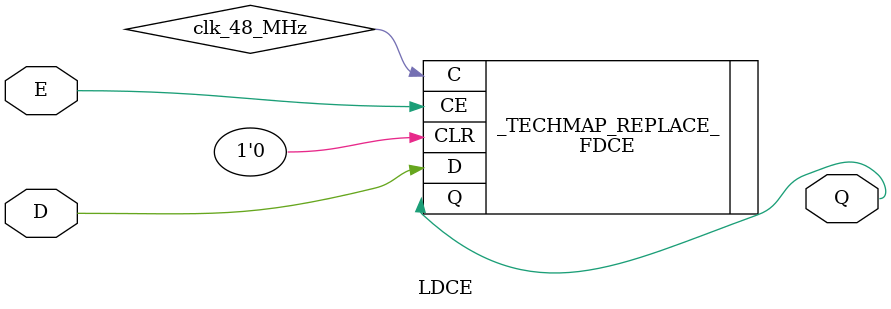
<source format=v>
module LDCE (
    input  D,
    input  E,
    output Q
);
    wire clk_48_MHz;
    (* keep *) FDCE _TECHMAP_REPLACE_ (
        .D  (D),
        .C  (clk_48_MHz),
        .CE (E),
        .CLR(1'b0),
        .Q  (Q)
    );
endmodule

</source>
